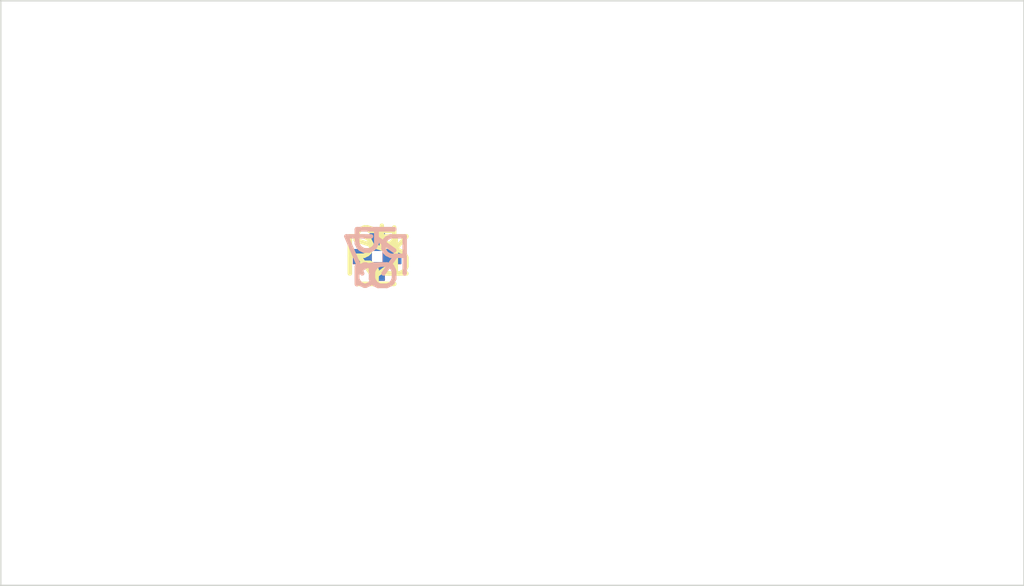
<source format=kicad_pcb>
(kicad_pcb (version 20171130) (host pcbnew "(5.1.4-0-10_14)")

  (general
    (thickness 1.6)
    (drawings 4)
    (tracks 2)
    (zones 0)
    (modules 8)
    (nets 10)
  )

  (page A4)
  (layers
    (0 Top signal)
    (1 Route2 signal)
    (2 Route15 signal)
    (31 Bottom signal)
    (32 B.Adhes user)
    (33 F.Adhes user)
    (34 B.Paste user)
    (35 F.Paste user)
    (36 B.SilkS user hide)
    (37 F.SilkS user hide)
    (38 B.Mask user)
    (39 F.Mask user hide)
    (40 Dwgs.User user)
    (41 Cmts.User user)
    (42 Eco1.User user)
    (43 Eco2.User user)
    (44 Edge.Cuts user)
    (45 Margin user)
    (46 B.CrtYd user)
    (47 F.CrtYd user)
    (48 B.Fab user)
    (49 F.Fab user)
  )

  (setup
    (last_trace_width 0.127)
    (trace_clearance 0.127)
    (zone_clearance 0.508)
    (zone_45_only no)
    (trace_min 0.127)
    (via_size 0.3524)
    (via_drill 0.2)
    (via_min_size 0.2)
    (via_min_drill 0.2)
    (uvia_size 0.3)
    (uvia_drill 0.1)
    (uvias_allowed no)
    (uvia_min_size 0.2)
    (uvia_min_drill 0.1)
    (edge_width 0.05)
    (segment_width 0.2)
    (pcb_text_width 0.3)
    (pcb_text_size 1.5 1.5)
    (mod_edge_width 0.12)
    (mod_text_size 1 1)
    (mod_text_width 0.15)
    (pad_size 1.524 1.524)
    (pad_drill 0.762)
    (pad_to_mask_clearance 0.051)
    (solder_mask_min_width 0.25)
    (aux_axis_origin 0 0)
    (visible_elements 7FFFFFFF)
    (pcbplotparams
      (layerselection 0x010fc_ffffffff)
      (usegerberextensions false)
      (usegerberattributes false)
      (usegerberadvancedattributes false)
      (creategerberjobfile false)
      (excludeedgelayer true)
      (linewidth 0.100000)
      (plotframeref false)
      (viasonmask false)
      (mode 1)
      (useauxorigin false)
      (hpglpennumber 1)
      (hpglpenspeed 20)
      (hpglpendiameter 15.000000)
      (psnegative false)
      (psa4output false)
      (plotreference true)
      (plotvalue true)
      (plotinvisibletext false)
      (padsonsilk false)
      (subtractmaskfromsilk false)
      (outputformat 1)
      (mirror false)
      (drillshape 1)
      (scaleselection 1)
      (outputdirectory ""))
  )

  (net 0 "")
  (net 1 N1)
  (net 2 N2)
  (net 3 N3)
  (net 4 N4)
  (net 5 N5)
  (net 6 N6)
  (net 7 N7)
  (net 8 N8)
  (net 9 N9)

  (net_class Default "This is the default net class."
    (clearance 0.127)
    (trace_width 0.127)
    (via_dia 0.3524)
    (via_drill 0.2)
    (uvia_dia 0.3)
    (uvia_drill 0.1)
    (add_net N1)
    (add_net N2)
    (add_net N3)
    (add_net N4)
    (add_net N5)
    (add_net N6)
    (add_net N7)
    (add_net N8)
    (add_net N9)
  )

  (module R1 (layer Bottom) (tedit 0) (tstamp 0)
    (at 199.88 128.75)
    (fp_text reference R1 (at 0 0 180) (layer F.SilkS)
      (effects (font (size 1.27 1.27) (thickness 0.15)))
    )
    (fp_text value "" (at 0 0) (layer F.SilkS)
      (effects (font (size 1.27 1.27) (thickness 0.15)))
    )
    (fp_poly (pts (xy -1.016 -0.381) (xy -1.016 0.381) (xy 1.016 0.381) (xy 1.016 -0.381)
      (xy -1.016 -0.381)) (layer B.CrtYd) (width 0))
    (pad 2 smd rect (at -0.508 0) (size 0.635 0.508) (layers Bottom)
      (net 1 N1))
    (pad 1 smd rect (at 0.508 0) (size 0.635 0.508) (layers Bottom)
      (net 2 N2))
  )

  (module R2 (layer Bottom) (tedit 0) (tstamp 0)
    (at 199.88 128.75 90)
    (fp_text reference R2 (at 0 0 270) (layer F.SilkS)
      (effects (font (size 1.27 1.27) (thickness 0.15)))
    )
    (fp_text value "" (at 0 0 90) (layer F.SilkS)
      (effects (font (size 1.27 1.27) (thickness 0.15)))
    )
    (fp_poly (pts (xy -1.016 -0.381) (xy -1.016 0.381) (xy 1.016 0.381) (xy 1.016 -0.381)
      (xy -1.016 -0.381)) (layer B.CrtYd) (width 0))
    (pad 2 smd rect (at -0.508 0 270) (size 0.635 0.508) (layers Bottom)
      (net 2 N2))
    (pad 1 smd rect (at 0.508 0 270) (size 0.635 0.508) (layers Bottom)
      (net 3 N3))
  )

  (module R3 (layer Bottom) (tedit 0) (tstamp 0)
    (at 199.88 128.75 180)
    (fp_text reference R3 (at 0 0 180) (layer F.SilkS)
      (effects (font (size 1.27 1.27) (thickness 0.15)))
    )
    (fp_text value "" (at 0 0) (layer F.SilkS)
      (effects (font (size 1.27 1.27) (thickness 0.15)))
    )
    (fp_poly (pts (xy -1.016 -0.381) (xy -1.016 0.381) (xy 1.016 0.381) (xy 1.016 -0.381)
      (xy -1.016 -0.381)) (layer B.CrtYd) (width 0))
    (pad 2 smd rect (at -0.508 0 180) (size 0.635 0.508) (layers Bottom)
      (net 3 N3))
    (pad 1 smd rect (at 0.508 0 180) (size 0.635 0.508) (layers Bottom)
      (net 4 N4))
  )

  (module R4 (layer Bottom) (tedit 0) (tstamp 0)
    (at 199.88 128.75 270)
    (fp_text reference R4 (at 0 0 270) (layer F.SilkS)
      (effects (font (size 1.27 1.27) (thickness 0.15)))
    )
    (fp_text value "" (at 0 0 90) (layer F.SilkS)
      (effects (font (size 1.27 1.27) (thickness 0.15)))
    )
    (fp_poly (pts (xy -1.016 -0.381) (xy -1.016 0.381) (xy 1.016 0.381) (xy 1.016 -0.381)
      (xy -1.016 -0.381)) (layer B.CrtYd) (width 0))
    (pad 2 smd rect (at -0.508 0 270) (size 0.635 0.508) (layers Bottom)
      (net 4 N4))
    (pad 1 smd rect (at 0.508 0 270) (size 0.635 0.508) (layers Bottom)
      (net 5 N5))
  )

  (module R5 (layer Top) (tedit 0) (tstamp 0)
    (at 199.87 128.76)
    (fp_text reference R5 (at 0 0 90) (layer B.SilkS)
      (effects (font (size 1.27 1.27) (thickness 0.15)) (justify mirror))
    )
    (fp_text value "" (at 0 0 270) (layer B.SilkS)
      (effects (font (size 1.27 1.27) (thickness 0.15)) (justify mirror))
    )
    (fp_poly (pts (xy -1.016 0.381) (xy -1.016 -0.381) (xy 1.016 -0.381) (xy 1.016 0.381)
      (xy -1.016 0.381)) (layer F.CrtYd) (width 0))
    (pad 2 smd rect (at -0.508 0) (size 0.635 0.508) (layers Top)
      (net 5 N5))
    (pad 1 smd rect (at 0.508 0) (size 0.635 0.508) (layers Top)
      (net 6 N6))
  )

  (module R6 (layer Top) (tedit 0) (tstamp 0)
    (at 199.88 128.75 90)
    (fp_text reference R6 (at 0 0 90) (layer B.SilkS)
      (effects (font (size 1.27 1.27) (thickness 0.15)) (justify mirror))
    )
    (fp_text value "" (at 0 0 270) (layer B.SilkS)
      (effects (font (size 1.27 1.27) (thickness 0.15)) (justify mirror))
    )
    (fp_poly (pts (xy -1.016 0.381) (xy -1.016 -0.381) (xy 1.016 -0.381) (xy 1.016 0.381)
      (xy -1.016 0.381)) (layer F.CrtYd) (width 0))
    (pad 2 smd rect (at -0.508 0 90) (size 0.635 0.508) (layers Top)
      (net 6 N6))
    (pad 1 smd rect (at 0.508 0 90) (size 0.635 0.508) (layers Top)
      (net 7 N7))
  )

  (module R7 (layer Top) (tedit 0) (tstamp 0)
    (at 199.88 128.75 180)
    (fp_text reference R7 (at 0 0) (layer B.SilkS)
      (effects (font (size 1.27 1.27) (thickness 0.15)) (justify mirror))
    )
    (fp_text value "" (at 0 0 180) (layer B.SilkS)
      (effects (font (size 1.27 1.27) (thickness 0.15)) (justify mirror))
    )
    (fp_poly (pts (xy -1.016 0.381) (xy -1.016 -0.381) (xy 1.016 -0.381) (xy 1.016 0.381)
      (xy -1.016 0.381)) (layer F.CrtYd) (width 0))
    (pad 2 smd rect (at -0.508 0 180) (size 0.635 0.508) (layers Top)
      (net 7 N7))
    (pad 1 smd rect (at 0.508 0 180) (size 0.635 0.508) (layers Top)
      (net 8 N8))
  )

  (module R8 (layer Top) (tedit 0) (tstamp 0)
    (at 199.88 128.75 270)
    (fp_text reference R8 (at 0 0 90) (layer B.SilkS)
      (effects (font (size 1.27 1.27) (thickness 0.15)) (justify mirror))
    )
    (fp_text value "" (at 0 0 270) (layer B.SilkS)
      (effects (font (size 1.27 1.27) (thickness 0.15)) (justify mirror))
    )
    (fp_poly (pts (xy -1.016 0.381) (xy -1.016 -0.381) (xy 1.016 -0.381) (xy 1.016 0.381)
      (xy -1.016 0.381)) (layer F.CrtYd) (width 0))
    (pad 2 smd rect (at -0.508 0 90) (size 0.635 0.508) (layers Top)
      (net 8 N8))
    (pad 1 smd rect (at 0.508 0 90) (size 0.635 0.508) (layers Top)
      (net 9 N9))
  )

  (gr_line (start 187 140) (end 187 120) (layer Edge.Cuts) (width 0.05) (tstamp 5EA8C882))
  (gr_line (start 222 140) (end 187 140) (layer Edge.Cuts) (width 0.05))
  (gr_line (start 222 120) (end 222 140) (layer Edge.Cuts) (width 0.05))
  (gr_line (start 187 120) (end 222 120) (layer Edge.Cuts) (width 0.05))

  (segment (start 207.197398 131.433262) (end 207.265724 131.433262) (width 0) (layer Top) (net 0))
  (segment (start 207.585256 131.077662) (end 207.552998 131.077662) (width 0) (layer Top) (net 0))

)

</source>
